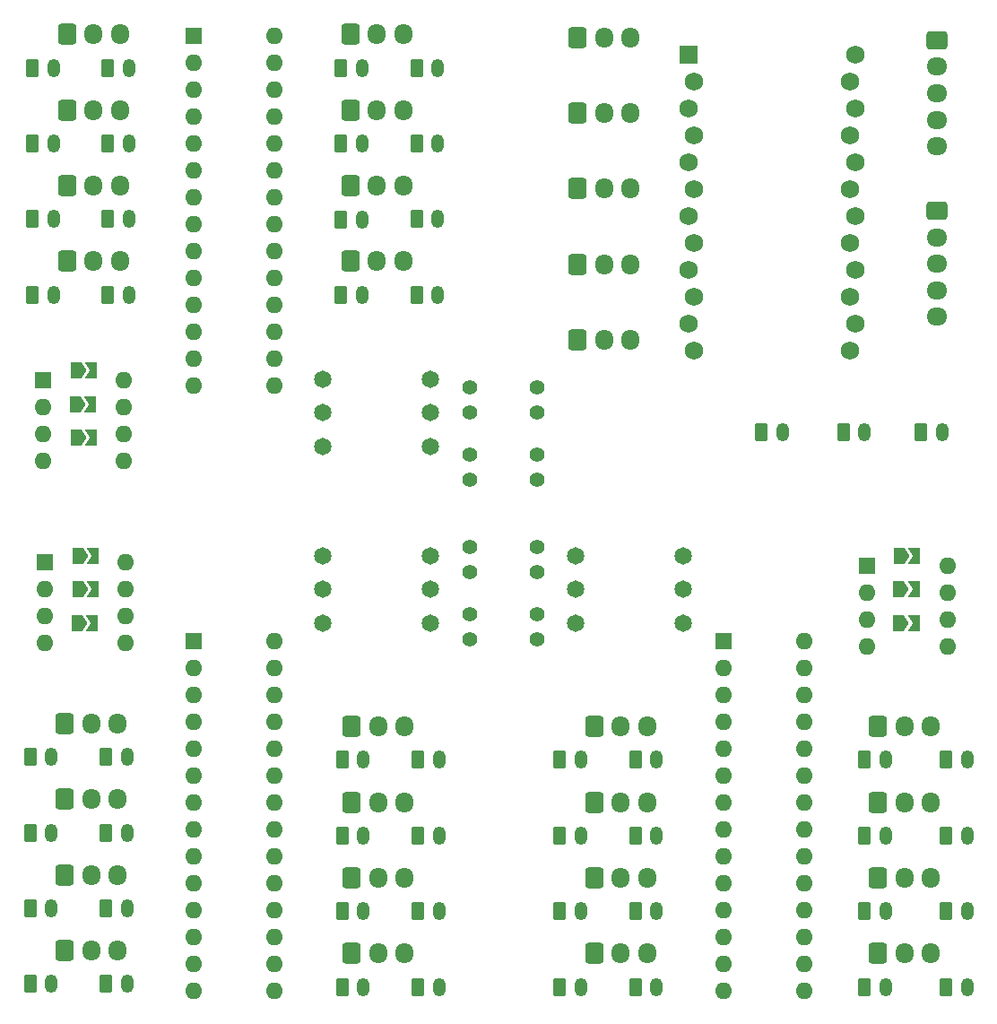
<source format=gts>
G04 #@! TF.GenerationSoftware,KiCad,Pcbnew,(6.0.7)*
G04 #@! TF.CreationDate,2022-09-26T20:42:46+09:00*
G04 #@! TF.ProjectId,xi_cont,78695f63-6f6e-4742-9e6b-696361645f70,rev?*
G04 #@! TF.SameCoordinates,Original*
G04 #@! TF.FileFunction,Soldermask,Top*
G04 #@! TF.FilePolarity,Negative*
%FSLAX46Y46*%
G04 Gerber Fmt 4.6, Leading zero omitted, Abs format (unit mm)*
G04 Created by KiCad (PCBNEW (6.0.7)) date 2022-09-26 20:42:46*
%MOMM*%
%LPD*%
G01*
G04 APERTURE LIST*
G04 Aperture macros list*
%AMRoundRect*
0 Rectangle with rounded corners*
0 $1 Rounding radius*
0 $2 $3 $4 $5 $6 $7 $8 $9 X,Y pos of 4 corners*
0 Add a 4 corners polygon primitive as box body*
4,1,4,$2,$3,$4,$5,$6,$7,$8,$9,$2,$3,0*
0 Add four circle primitives for the rounded corners*
1,1,$1+$1,$2,$3*
1,1,$1+$1,$4,$5*
1,1,$1+$1,$6,$7*
1,1,$1+$1,$8,$9*
0 Add four rect primitives between the rounded corners*
20,1,$1+$1,$2,$3,$4,$5,0*
20,1,$1+$1,$4,$5,$6,$7,0*
20,1,$1+$1,$6,$7,$8,$9,0*
20,1,$1+$1,$8,$9,$2,$3,0*%
%AMFreePoly0*
4,1,6,1.000000,0.000000,0.500000,-0.750000,-0.500000,-0.750000,-0.500000,0.750000,0.500000,0.750000,1.000000,0.000000,1.000000,0.000000,$1*%
%AMFreePoly1*
4,1,6,0.500000,-0.750000,-0.650000,-0.750000,-0.150000,0.000000,-0.650000,0.750000,0.500000,0.750000,0.500000,-0.750000,0.500000,-0.750000,$1*%
G04 Aperture macros list end*
%ADD10RoundRect,0.250000X-0.600000X-0.725000X0.600000X-0.725000X0.600000X0.725000X-0.600000X0.725000X0*%
%ADD11O,1.700000X1.950000*%
%ADD12C,1.651000*%
%ADD13RoundRect,0.250000X-0.350000X-0.625000X0.350000X-0.625000X0.350000X0.625000X-0.350000X0.625000X0*%
%ADD14O,1.200000X1.750000*%
%ADD15R,1.600000X1.600000*%
%ADD16O,1.600000X1.600000*%
%ADD17FreePoly0,0.000000*%
%ADD18FreePoly1,0.000000*%
%ADD19C,1.400000*%
%ADD20R,1.752600X1.752600*%
%ADD21C,1.752600*%
%ADD22RoundRect,0.250000X-0.725000X0.600000X-0.725000X-0.600000X0.725000X-0.600000X0.725000X0.600000X0*%
%ADD23O,1.950000X1.700000*%
G04 APERTURE END LIST*
D10*
X41362500Y-57150000D03*
D11*
X43862500Y-57150000D03*
X46362500Y-57150000D03*
D10*
X91162500Y-129650000D03*
D11*
X93662500Y-129650000D03*
X96162500Y-129650000D03*
D10*
X68143800Y-50006200D03*
D11*
X70643800Y-50006200D03*
X73143800Y-50006200D03*
D12*
X99536300Y-98425000D03*
X89376300Y-98425000D03*
D13*
X45243800Y-46012500D03*
D14*
X47243800Y-46012500D03*
D13*
X37893800Y-132531200D03*
D14*
X39893800Y-132531200D03*
D10*
X68262500Y-108218700D03*
D11*
X70762500Y-108218700D03*
X73262500Y-108218700D03*
D13*
X67262500Y-60325000D03*
D14*
X69262500Y-60325000D03*
D15*
X39296300Y-92730000D03*
D16*
X39296300Y-95270000D03*
X39296300Y-97810000D03*
X39296300Y-100350000D03*
X46916300Y-100350000D03*
X46916300Y-97810000D03*
X46916300Y-95270000D03*
X46916300Y-92730000D03*
D17*
X42206300Y-74612500D03*
D18*
X43656300Y-74612500D03*
D13*
X45243800Y-60300000D03*
D14*
X47243800Y-60300000D03*
D10*
X41156300Y-107950000D03*
D11*
X43656300Y-107950000D03*
X46156300Y-107950000D03*
D19*
X79375000Y-91281200D03*
X79375000Y-93662500D03*
D13*
X67381300Y-111368700D03*
D14*
X69381300Y-111368700D03*
D13*
X124412500Y-132800000D03*
D14*
X126412500Y-132800000D03*
D13*
X45037500Y-111100000D03*
D14*
X47037500Y-111100000D03*
D10*
X41156300Y-129381200D03*
D11*
X43656300Y-129381200D03*
X46156300Y-129381200D03*
D19*
X79375000Y-82550000D03*
D13*
X116681300Y-132800000D03*
D14*
X118681300Y-132800000D03*
D10*
X41156300Y-122237500D03*
D11*
X43656300Y-122237500D03*
X46156300Y-122237500D03*
D20*
X100101400Y-44767500D03*
D21*
X100558600Y-47307500D03*
X100101400Y-49847500D03*
X100558600Y-52387500D03*
X100101400Y-54927500D03*
X100558600Y-57467500D03*
X100101400Y-60007500D03*
X100558600Y-62547500D03*
X100101400Y-65087500D03*
X100558600Y-67627500D03*
X100101400Y-70167500D03*
X100558600Y-72707500D03*
X115341400Y-72707500D03*
X115798600Y-70167500D03*
X115341400Y-67627500D03*
X115798600Y-65087500D03*
X115341400Y-62547500D03*
X115798600Y-60007500D03*
X115341400Y-57467500D03*
X115798600Y-54927500D03*
X115341400Y-52387500D03*
X115798600Y-49847500D03*
X115341400Y-47307500D03*
X115798600Y-44767500D03*
D19*
X85725000Y-82550000D03*
D10*
X117943800Y-129650000D03*
D11*
X120443800Y-129650000D03*
X122943800Y-129650000D03*
D13*
X124412500Y-111368700D03*
D14*
X126412500Y-111368700D03*
D13*
X74525000Y-118512500D03*
D14*
X76525000Y-118512500D03*
D19*
X79375000Y-97631200D03*
D15*
X39095000Y-75548700D03*
D16*
X39095000Y-78088700D03*
X39095000Y-80628700D03*
X39095000Y-83168700D03*
X46715000Y-83168700D03*
X46715000Y-80628700D03*
X46715000Y-78088700D03*
X46715000Y-75548700D03*
D12*
X65563800Y-78581200D03*
X75723800Y-78581200D03*
X65563800Y-75406200D03*
X75723800Y-75406200D03*
D10*
X89575000Y-43131200D03*
D11*
X92075000Y-43131200D03*
X94575000Y-43131200D03*
D19*
X85725000Y-100012500D03*
D13*
X74406300Y-60300000D03*
D14*
X76406300Y-60300000D03*
D19*
X85725000Y-78581200D03*
D13*
X74525000Y-125656200D03*
D14*
X76525000Y-125656200D03*
D13*
X95043800Y-132800000D03*
D14*
X97043800Y-132800000D03*
D13*
X124412500Y-125656200D03*
D14*
X126412500Y-125656200D03*
D13*
X116681300Y-111368700D03*
D14*
X118681300Y-111368700D03*
D13*
X87900000Y-125656200D03*
D14*
X89900000Y-125656200D03*
D10*
X91162500Y-122506200D03*
D11*
X93662500Y-122506200D03*
X96162500Y-122506200D03*
D13*
X45037500Y-132531200D03*
D14*
X47037500Y-132531200D03*
D13*
X95043800Y-125656200D03*
D14*
X97043800Y-125656200D03*
D12*
X65563800Y-81756200D03*
X75723800Y-81756200D03*
D17*
X119925000Y-95250000D03*
D18*
X121375000Y-95250000D03*
D10*
X89575000Y-71706200D03*
D11*
X92075000Y-71706200D03*
X94575000Y-71706200D03*
D13*
X87900000Y-111368700D03*
D14*
X89900000Y-111368700D03*
D17*
X42407500Y-95250000D03*
D18*
X43857500Y-95250000D03*
D13*
X37893800Y-111100000D03*
D14*
X39893800Y-111100000D03*
D10*
X68262500Y-122506200D03*
D11*
X70762500Y-122506200D03*
X73262500Y-122506200D03*
D15*
X103356300Y-100181200D03*
D16*
X103356300Y-102721200D03*
X103356300Y-105261200D03*
X103356300Y-107801200D03*
X103356300Y-110341200D03*
X103356300Y-112881200D03*
X103356300Y-115421200D03*
X103356300Y-117961200D03*
X103356300Y-120501200D03*
X103356300Y-123041200D03*
X103356300Y-125581200D03*
X103356300Y-128121200D03*
X103356300Y-130661200D03*
X103356300Y-133201200D03*
X110976300Y-133201200D03*
X110976300Y-130661200D03*
X110976300Y-128121200D03*
X110976300Y-125581200D03*
X110976300Y-123041200D03*
X110976300Y-120501200D03*
X110976300Y-117961200D03*
X110976300Y-115421200D03*
X110976300Y-112881200D03*
X110976300Y-110341200D03*
X110976300Y-107801200D03*
X110976300Y-105261200D03*
X110976300Y-102721200D03*
X110976300Y-100181200D03*
D13*
X116681300Y-118512500D03*
D14*
X118681300Y-118512500D03*
D15*
X53350000Y-43031200D03*
D16*
X53350000Y-45571200D03*
X53350000Y-48111200D03*
X53350000Y-50651200D03*
X53350000Y-53191200D03*
X53350000Y-55731200D03*
X53350000Y-58271200D03*
X53350000Y-60811200D03*
X53350000Y-63351200D03*
X53350000Y-65891200D03*
X53350000Y-68431200D03*
X53350000Y-70971200D03*
X53350000Y-73511200D03*
X53350000Y-76051200D03*
X60970000Y-76051200D03*
X60970000Y-73511200D03*
X60970000Y-70971200D03*
X60970000Y-68431200D03*
X60970000Y-65891200D03*
X60970000Y-63351200D03*
X60970000Y-60811200D03*
X60970000Y-58271200D03*
X60970000Y-55731200D03*
X60970000Y-53191200D03*
X60970000Y-50651200D03*
X60970000Y-48111200D03*
X60970000Y-45571200D03*
X60970000Y-43031200D03*
D13*
X74406300Y-67443700D03*
D14*
X76406300Y-67443700D03*
D17*
X42137500Y-77787500D03*
D18*
X43587500Y-77787500D03*
D10*
X41362500Y-42862500D03*
D11*
X43862500Y-42862500D03*
X46362500Y-42862500D03*
D13*
X37893800Y-125387500D03*
D14*
X39893800Y-125387500D03*
D13*
X45243800Y-53156200D03*
D14*
X47243800Y-53156200D03*
D13*
X74406300Y-53156200D03*
D14*
X76406300Y-53156200D03*
D10*
X89575000Y-50275000D03*
D11*
X92075000Y-50275000D03*
X94575000Y-50275000D03*
D10*
X68143800Y-64293700D03*
D11*
X70643800Y-64293700D03*
X73143800Y-64293700D03*
D10*
X89575000Y-57418700D03*
D11*
X92075000Y-57418700D03*
X94575000Y-57418700D03*
D19*
X85725000Y-93662500D03*
D13*
X122031300Y-80412500D03*
D14*
X124031300Y-80412500D03*
D13*
X45243800Y-67443700D03*
D14*
X47243800Y-67443700D03*
D13*
X67381300Y-132800000D03*
D14*
X69381300Y-132800000D03*
D13*
X38100000Y-60300000D03*
D14*
X40100000Y-60300000D03*
D13*
X124412500Y-118512500D03*
D14*
X126412500Y-118512500D03*
D12*
X99536300Y-92075000D03*
X89376300Y-92075000D03*
D19*
X85725000Y-76200000D03*
D13*
X37893800Y-118243700D03*
D14*
X39893800Y-118243700D03*
D19*
X79375000Y-76200000D03*
D13*
X38100000Y-67443700D03*
D14*
X40100000Y-67443700D03*
D10*
X91162500Y-115362500D03*
D11*
X93662500Y-115362500D03*
X96162500Y-115362500D03*
D19*
X85725000Y-91281200D03*
D17*
X119993800Y-92075000D03*
D18*
X121443800Y-92075000D03*
D13*
X95043800Y-118512500D03*
D14*
X97043800Y-118512500D03*
D10*
X91162500Y-108218700D03*
D11*
X93662500Y-108218700D03*
X96162500Y-108218700D03*
D10*
X68143800Y-57150000D03*
D11*
X70643800Y-57150000D03*
X73143800Y-57150000D03*
D19*
X79375000Y-84931200D03*
D13*
X87900000Y-132800000D03*
D14*
X89900000Y-132800000D03*
D10*
X68143800Y-42862500D03*
D11*
X70643800Y-42862500D03*
X73143800Y-42862500D03*
D19*
X85725000Y-97631200D03*
X79375000Y-100012500D03*
D12*
X65563800Y-92075000D03*
X75723800Y-92075000D03*
X99536300Y-95250000D03*
X89376300Y-95250000D03*
D10*
X68262500Y-129650000D03*
D11*
X70762500Y-129650000D03*
X73262500Y-129650000D03*
D10*
X117943800Y-115362500D03*
D11*
X120443800Y-115362500D03*
X122943800Y-115362500D03*
D10*
X117943800Y-122506200D03*
D11*
X120443800Y-122506200D03*
X122943800Y-122506200D03*
D10*
X41156300Y-115093700D03*
D11*
X43656300Y-115093700D03*
X46156300Y-115093700D03*
D15*
X116882500Y-93037500D03*
D16*
X116882500Y-95577500D03*
X116882500Y-98117500D03*
X116882500Y-100657500D03*
X124502500Y-100657500D03*
X124502500Y-98117500D03*
X124502500Y-95577500D03*
X124502500Y-93037500D03*
D12*
X65563800Y-98425000D03*
X75723800Y-98425000D03*
D22*
X123556300Y-59531250D03*
D23*
X123556300Y-62031250D03*
X123556300Y-64531250D03*
X123556300Y-67031250D03*
X123556300Y-69531250D03*
D10*
X89575000Y-64562500D03*
D11*
X92075000Y-64562500D03*
X94575000Y-64562500D03*
D19*
X79375000Y-78581200D03*
D10*
X41362500Y-64293700D03*
D11*
X43862500Y-64293700D03*
X46362500Y-64293700D03*
D19*
X85725000Y-84931200D03*
D13*
X67381300Y-118512500D03*
D14*
X69381300Y-118512500D03*
D13*
X116681300Y-125656200D03*
D14*
X118681300Y-125656200D03*
D13*
X67262500Y-46012500D03*
D14*
X69262500Y-46012500D03*
D13*
X74525000Y-132800000D03*
D14*
X76525000Y-132800000D03*
D17*
X42206300Y-80962500D03*
D18*
X43656300Y-80962500D03*
D10*
X117943800Y-108218700D03*
D11*
X120443800Y-108218700D03*
X122943800Y-108218700D03*
D10*
X68262500Y-115362500D03*
D11*
X70762500Y-115362500D03*
X73262500Y-115362500D03*
D13*
X45037500Y-125387500D03*
D14*
X47037500Y-125387500D03*
D17*
X42407500Y-92075000D03*
D18*
X43857500Y-92075000D03*
D13*
X74406300Y-46012500D03*
D14*
X76406300Y-46012500D03*
D12*
X65563800Y-95250000D03*
X75723800Y-95250000D03*
D13*
X67262500Y-67443700D03*
D14*
X69262500Y-67443700D03*
D13*
X74525000Y-111368700D03*
D14*
X76525000Y-111368700D03*
D13*
X67262500Y-53156200D03*
D14*
X69262500Y-53156200D03*
D13*
X87900000Y-118512500D03*
D14*
X89900000Y-118512500D03*
D10*
X41362500Y-50006200D03*
D11*
X43862500Y-50006200D03*
X46362500Y-50006200D03*
D13*
X67381300Y-125656200D03*
D14*
X69381300Y-125656200D03*
D13*
X106950000Y-80412500D03*
D14*
X108950000Y-80412500D03*
D13*
X38100000Y-46012500D03*
D14*
X40100000Y-46012500D03*
D22*
X123556300Y-43418700D03*
D23*
X123556300Y-45918700D03*
X123556300Y-48418700D03*
X123556300Y-50918700D03*
X123556300Y-53418700D03*
D15*
X53350000Y-100181200D03*
D16*
X53350000Y-102721200D03*
X53350000Y-105261200D03*
X53350000Y-107801200D03*
X53350000Y-110341200D03*
X53350000Y-112881200D03*
X53350000Y-115421200D03*
X53350000Y-117961200D03*
X53350000Y-120501200D03*
X53350000Y-123041200D03*
X53350000Y-125581200D03*
X53350000Y-128121200D03*
X53350000Y-130661200D03*
X53350000Y-133201200D03*
X60970000Y-133201200D03*
X60970000Y-130661200D03*
X60970000Y-128121200D03*
X60970000Y-125581200D03*
X60970000Y-123041200D03*
X60970000Y-120501200D03*
X60970000Y-117961200D03*
X60970000Y-115421200D03*
X60970000Y-112881200D03*
X60970000Y-110341200D03*
X60970000Y-107801200D03*
X60970000Y-105261200D03*
X60970000Y-102721200D03*
X60970000Y-100181200D03*
D13*
X38100000Y-53156200D03*
D14*
X40100000Y-53156200D03*
D13*
X45037500Y-118243700D03*
D14*
X47037500Y-118243700D03*
D13*
X95043800Y-111368700D03*
D14*
X97043800Y-111368700D03*
D13*
X114681300Y-80412500D03*
D14*
X116681300Y-80412500D03*
D17*
X42338800Y-98425000D03*
D18*
X43788800Y-98425000D03*
D17*
X119925000Y-98425000D03*
D18*
X121375000Y-98425000D03*
M02*

</source>
